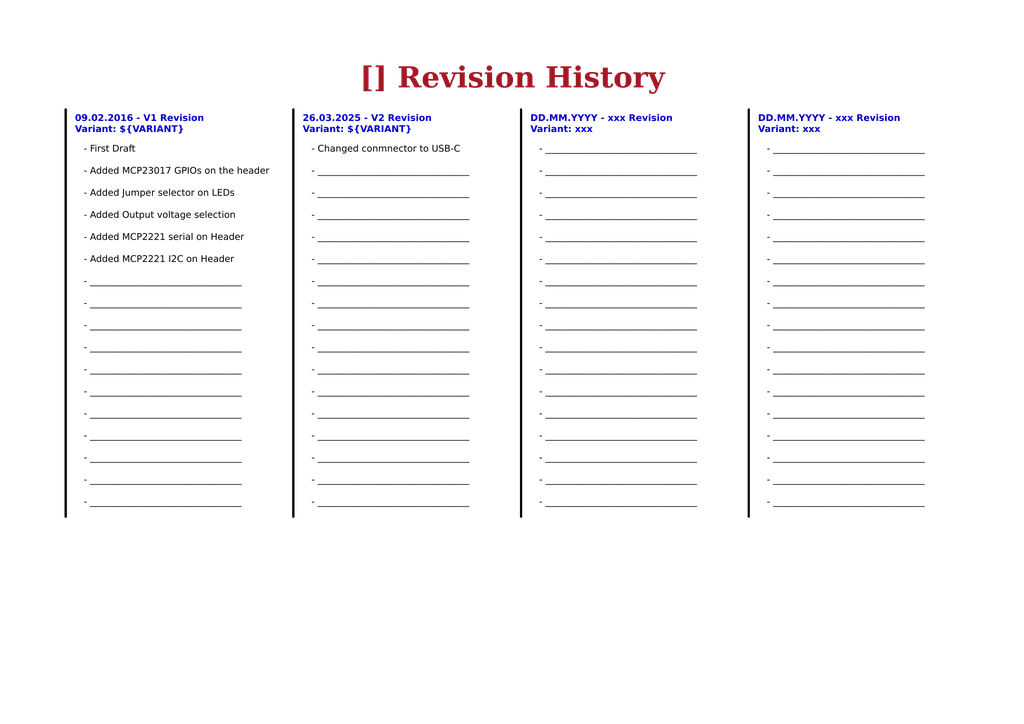
<source format=kicad_sch>
(kicad_sch
	(version 20250114)
	(generator "eeschema")
	(generator_version "9.0")
	(uuid "ea8c4f5e-7a49-4faf-a994-dbc85ed86b0a")
	(paper "A4")
	(title_block
		(title "Revision History")
		(date "Last Modified Date")
		(rev "${REVISION}")
		(company "${COMPANY}")
	)
	(lib_symbols)
	(text_box "- _________________________________\n\n- _________________________________\n\n- _________________________________\n\n- _________________________________\n\n- _________________________________\n\n- _________________________________\n\n- _________________________________\n\n- _________________________________\n\n- _________________________________\n\n- _________________________________\n\n- _________________________________\n\n- _________________________________\n\n- _________________________________\n\n- _________________________________\n\n- _________________________________\n\n- _________________________________\n\n- _________________________________"
		(exclude_from_sim no)
		(at 220.98 40.64 0)
		(size 58.42 115.57)
		(margins 1.4287 1.4287 1.4287 1.4287)
		(stroke
			(width -0.0001)
			(type default)
		)
		(fill
			(type none)
		)
		(effects
			(font
				(face "Arial")
				(size 1.905 1.905)
				(color 0 0 0 1)
			)
			(justify left top)
		)
		(uuid "0c062e2b-2be1-4307-b752-045c211787f4")
	)
	(text_box "26.03.2025 - V2 Revision\nVariant: ${VARIANT}"
		(exclude_from_sim no)
		(at 86.36 31.75 0)
		(size 57.15 7.62)
		(margins 1.4287 1.4287 1.4287 1.4287)
		(stroke
			(width -0.0001)
			(type solid)
		)
		(fill
			(type none)
		)
		(effects
			(font
				(face "Arial")
				(size 1.905 1.905)
				(thickness 0.254)
				(bold yes)
			)
			(justify left top)
		)
		(uuid "14f2d7b6-dcd6-4c43-91a3-c7a76690654c")
	)
	(text_box "[${#}] ${TITLE}"
		(exclude_from_sim no)
		(at 80.01 16.51 0)
		(size 137.16 12.7)
		(margins 4.4999 4.4999 4.4999 4.4999)
		(stroke
			(width -0.0001)
			(type default)
		)
		(fill
			(type none)
		)
		(effects
			(font
				(face "Times New Roman")
				(size 6 6)
				(thickness 1.2)
				(bold yes)
				(color 162 22 34 1)
			)
		)
		(uuid "20a0a094-ac98-46df-bdac-21d5721f7697")
	)
	(text_box "DD.MM.YYYY - xxx Revision\nVariant: xxx"
		(exclude_from_sim no)
		(at 152.4 31.75 0)
		(size 57.15 7.62)
		(margins 1.4287 1.4287 1.4287 1.4287)
		(stroke
			(width -0.0001)
			(type default)
		)
		(fill
			(type none)
		)
		(effects
			(font
				(face "Arial")
				(size 1.905 1.905)
				(thickness 0.254)
				(bold yes)
			)
			(justify left top)
		)
		(uuid "61447e65-3862-4ca7-a61e-5d8506cb38bb")
	)
	(text_box "- First Draft\n\n- Added MCP23017 GPIOs on the header\n\n- Added Jumper selector on LEDs\n\n- Added Output voltage selection\n\n- Added MCP2221 serial on Header\n\n- Added MCP2221 I2C on Header\n\n- _________________________________\n\n- _________________________________\n\n- _________________________________\n\n- _________________________________\n\n- _________________________________\n\n- _________________________________\n\n- _________________________________\n\n- _________________________________\n\n- _________________________________\n\n- _________________________________\n\n- _________________________________"
		(exclude_from_sim no)
		(at 22.86 40.64 0)
		(size 58.42 115.57)
		(margins 1.4287 1.4287 1.4287 1.4287)
		(stroke
			(width -0.0001)
			(type solid)
		)
		(fill
			(type none)
		)
		(effects
			(font
				(face "Arial")
				(size 1.905 1.905)
				(color 0 0 0 1)
			)
			(justify left top)
		)
		(uuid "7cea8527-91c8-47c3-a860-064e128bcffe")
	)
	(text_box "- _________________________________\n\n- _________________________________\n\n- _________________________________\n\n- _________________________________\n\n- _________________________________\n\n- _________________________________\n\n- _________________________________\n\n- _________________________________\n\n- _________________________________\n\n- _________________________________\n\n- _________________________________\n\n- _________________________________\n\n- _________________________________\n\n- _________________________________\n\n- _________________________________\n\n- _________________________________\n\n- _________________________________"
		(exclude_from_sim no)
		(at 154.94 40.64 0)
		(size 58.42 115.57)
		(margins 1.4287 1.4287 1.4287 1.4287)
		(stroke
			(width -0.0001)
			(type default)
		)
		(fill
			(type none)
		)
		(effects
			(font
				(face "Arial")
				(size 1.905 1.905)
				(color 0 0 0 1)
			)
			(justify left top)
		)
		(uuid "8ad0acb7-8a2e-40a2-87c7-888a93359ccd")
	)
	(text_box "09.02.2016 - V1 Revision\nVariant: ${VARIANT}"
		(exclude_from_sim no)
		(at 20.32 31.75 0)
		(size 57.15 7.62)
		(margins 1.4287 1.4287 1.4287 1.4287)
		(stroke
			(width -0.0001)
			(type solid)
		)
		(fill
			(type none)
		)
		(effects
			(font
				(face "Arial")
				(size 1.905 1.905)
				(thickness 0.254)
				(bold yes)
			)
			(justify left top)
		)
		(uuid "922c5813-4880-4ddf-ba01-939f72022a9d")
	)
	(text_box "- Changed conmnector to USB-C\n\n- _________________________________\n\n- _________________________________\n\n- _________________________________\n\n- _________________________________\n\n- _________________________________\n\n- _________________________________\n\n- _________________________________\n\n- _________________________________\n\n- _________________________________\n\n- _________________________________\n\n- _________________________________\n\n- _________________________________\n\n- _________________________________\n\n- _________________________________\n\n- _________________________________\n\n- _________________________________"
		(exclude_from_sim no)
		(at 88.9 40.64 0)
		(size 58.42 115.57)
		(margins 1.4287 1.4287 1.4287 1.4287)
		(stroke
			(width -0.0001)
			(type solid)
		)
		(fill
			(type none)
		)
		(effects
			(font
				(face "Arial")
				(size 1.905 1.905)
				(color 0 0 0 1)
			)
			(justify left top)
		)
		(uuid "cd63b456-8f62-4290-9191-6ad427c40f65")
	)
	(text_box "DD.MM.YYYY - xxx Revision\nVariant: xxx"
		(exclude_from_sim no)
		(at 218.44 31.75 0)
		(size 57.15 7.62)
		(margins 1.4287 1.4287 1.4287 1.4287)
		(stroke
			(width -0.0001)
			(type default)
		)
		(fill
			(type none)
		)
		(effects
			(font
				(face "Arial")
				(size 1.905 1.905)
				(thickness 0.254)
				(bold yes)
			)
			(justify left top)
		)
		(uuid "f47af890-f55a-44bf-b54f-b7df3adde008")
	)
	(polyline
		(pts
			(xy 19.05 31.75) (xy 19.05 149.86)
		)
		(stroke
			(width 0.635)
			(type default)
			(color 0 0 0 1)
		)
		(uuid "4849fe72-6429-4f5b-a9e6-56656658a37b")
	)
	(polyline
		(pts
			(xy 85.09 31.75) (xy 85.09 149.86)
		)
		(stroke
			(width 0.635)
			(type default)
			(color 0 0 0 1)
		)
		(uuid "5f29c90a-4bd5-401c-a0f6-a99df09914f4")
	)
	(polyline
		(pts
			(xy 85.09 31.75) (xy 85.09 149.86)
		)
		(stroke
			(width 0.635)
			(type default)
			(color 0 0 0 1)
		)
		(uuid "74018a10-ab58-4dc2-b4e6-376117e1ffc0")
	)
	(polyline
		(pts
			(xy 151.13 31.75) (xy 151.13 149.86)
		)
		(stroke
			(width 0.635)
			(type default)
			(color 0 0 0 1)
		)
		(uuid "a6b610d4-f09b-4d6e-ac67-0bb3d0e09fbe")
	)
	(polyline
		(pts
			(xy 19.05 31.75) (xy 19.05 149.86)
		)
		(stroke
			(width 0.635)
			(type default)
			(color 0 0 0 1)
		)
		(uuid "b271ef24-6836-4d14-b8f8-8568bc734aca")
	)
	(polyline
		(pts
			(xy 217.17 31.75) (xy 217.17 149.86)
		)
		(stroke
			(width 0.635)
			(type default)
			(color 0 0 0 1)
		)
		(uuid "fe21cbb6-f53c-41a1-bc1c-520e82f71f78")
	)
)

</source>
